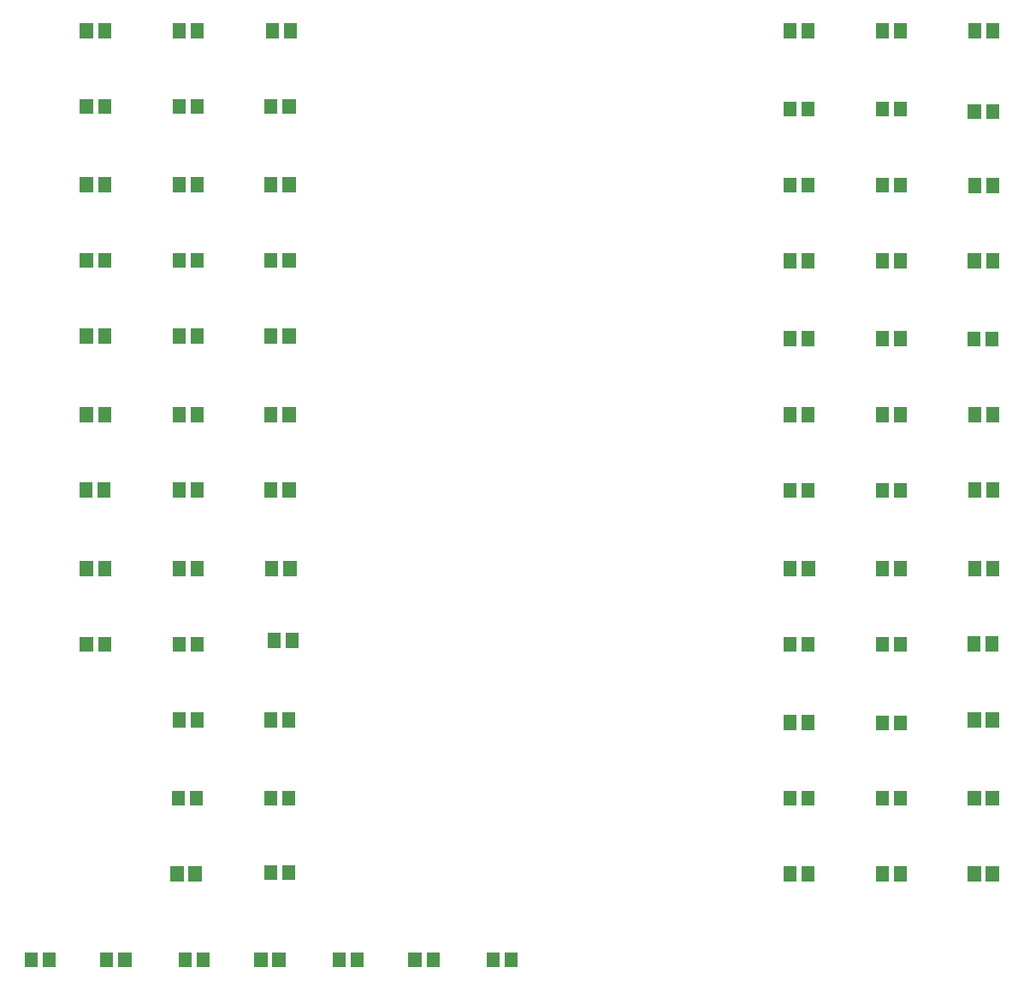
<source format=gbr>
G04 start of page 13 for group 13 layer_idx 14 *
G04 Title: liplight-art, bottom_paste *
G04 Creator: pcb-rnd 2.0.0 *
G04 CreationDate: 2018-08-04 21:30:55 UTC *
G04 For:  *
G04 Format: Gerber/RS-274X *
G04 PCB-Dimensions: 506299 506299 *
G04 PCB-Coordinate-Origin: lower left *
%MOIN*%
%FSLAX25Y25*%
%LNBOTTOMPASTE*%
%ADD45C,0.0001*%
G54D45*G36*
X108268Y428544D02*X103150D01*
Y434448D01*
X108268D01*
Y428544D01*
G37*
G36*
X115354D02*X110236D01*
Y434448D01*
X115354D01*
Y428544D01*
G37*
G36*
X382316Y398047D02*X377198D01*
Y403951D01*
X382316D01*
Y398047D01*
G37*
G36*
X151456Y428544D02*X146338D01*
Y434448D01*
X151456D01*
Y428544D01*
G37*
G36*
X144370D02*X139252D01*
Y434448D01*
X144370D01*
Y428544D01*
G37*
G36*
X382316Y428547D02*X377198D01*
Y434451D01*
X382316D01*
Y428547D01*
G37*
G36*
X180709Y428544D02*X175591D01*
Y434448D01*
X180709D01*
Y428544D01*
G37*
G36*
X187795D02*X182677D01*
Y434448D01*
X187795D01*
Y428544D01*
G37*
G36*
X116142Y66339D02*X111024D01*
Y72243D01*
X116142D01*
Y66339D01*
G37*
G36*
X123228D02*X118110D01*
Y72243D01*
X123228D01*
Y66339D01*
G37*
G36*
X86614D02*X81496D01*
Y72243D01*
X86614D01*
Y66339D01*
G37*
G36*
X93700D02*X88582D01*
Y72243D01*
X93700D01*
Y66339D01*
G37*
G36*
X180016Y100347D02*X174898D01*
Y106251D01*
X180016D01*
Y100347D01*
G37*
G36*
X187102D02*X181984D01*
Y106251D01*
X187102D01*
Y100347D01*
G37*
G36*
X143516Y99847D02*X138398D01*
Y105751D01*
X143516D01*
Y99847D01*
G37*
G36*
X150602D02*X145484D01*
Y105751D01*
X150602D01*
Y99847D01*
G37*
G36*
X146654Y66339D02*X141536D01*
Y72243D01*
X146654D01*
Y66339D01*
G37*
G36*
X153740D02*X148622D01*
Y72243D01*
X153740D01*
Y66339D01*
G37*
G36*
X382316Y99847D02*X377198D01*
Y105751D01*
X382316D01*
Y99847D01*
G37*
G36*
Y129347D02*X377198D01*
Y135251D01*
X382316D01*
Y129347D01*
G37*
G36*
Y158747D02*X377198D01*
Y164651D01*
X382316D01*
Y158747D01*
G37*
G36*
Y189347D02*X377198D01*
Y195251D01*
X382316D01*
Y189347D01*
G37*
G36*
X382416Y218847D02*X377298D01*
Y224751D01*
X382416D01*
Y218847D01*
G37*
G36*
X382316Y249347D02*X377198D01*
Y255251D01*
X382316D01*
Y249347D01*
G37*
G36*
Y278847D02*X377198D01*
Y284751D01*
X382316D01*
Y278847D01*
G37*
G36*
Y308447D02*X377198D01*
Y314351D01*
X382316D01*
Y308447D01*
G37*
G36*
Y338847D02*X377198D01*
Y344751D01*
X382316D01*
Y338847D01*
G37*
G36*
Y368347D02*X377198D01*
Y374251D01*
X382316D01*
Y368347D01*
G37*
G36*
X236221Y66339D02*X231103D01*
Y72243D01*
X236221D01*
Y66339D01*
G37*
G36*
X243307D02*X238189D01*
Y72243D01*
X243307D01*
Y66339D01*
G37*
G36*
X206693D02*X201575D01*
Y72243D01*
X206693D01*
Y66339D01*
G37*
G36*
X213779D02*X208661D01*
Y72243D01*
X213779D01*
Y66339D01*
G37*
G36*
X266733D02*X261615D01*
Y72243D01*
X266733D01*
Y66339D01*
G37*
G36*
X273819D02*X268701D01*
Y72243D01*
X273819D01*
Y66339D01*
G37*
G36*
X176181D02*X171063D01*
Y72243D01*
X176181D01*
Y66339D01*
G37*
G36*
X183267D02*X178149D01*
Y72243D01*
X183267D01*
Y66339D01*
G37*
G36*
X144370Y189371D02*X139252D01*
Y195275D01*
X144370D01*
Y189371D01*
G37*
G36*
X151456D02*X146338D01*
Y195275D01*
X151456D01*
Y189371D01*
G37*
G36*
X144370Y159843D02*X139252D01*
Y165747D01*
X144370D01*
Y159843D01*
G37*
G36*
X151456D02*X146338D01*
Y165747D01*
X151456D01*
Y159843D01*
G37*
G36*
Y218898D02*X146338D01*
Y224802D01*
X151456D01*
Y218898D01*
G37*
G36*
X144370D02*X139252D01*
Y224802D01*
X144370D01*
Y218898D01*
G37*
G36*
X151456Y399017D02*X146338D01*
Y404921D01*
X151456D01*
Y399017D01*
G37*
G36*
Y368505D02*X146338D01*
Y374409D01*
X151456D01*
Y368505D01*
G37*
G36*
Y338977D02*X146338D01*
Y344881D01*
X151456D01*
Y338977D01*
G37*
G36*
Y309450D02*X146338D01*
Y315354D01*
X151456D01*
Y309450D01*
G37*
G36*
Y278938D02*X146338D01*
Y284842D01*
X151456D01*
Y278938D01*
G37*
G36*
Y249410D02*X146338D01*
Y255314D01*
X151456D01*
Y249410D01*
G37*
G36*
X144370Y399017D02*X139252D01*
Y404921D01*
X144370D01*
Y399017D01*
G37*
G36*
Y368505D02*X139252D01*
Y374409D01*
X144370D01*
Y368505D01*
G37*
G36*
Y309450D02*X139252D01*
Y315354D01*
X144370D01*
Y309450D01*
G37*
G36*
Y278938D02*X139252D01*
Y284842D01*
X144370D01*
Y278938D01*
G37*
G36*
Y338977D02*X139252D01*
Y344881D01*
X144370D01*
Y338977D01*
G37*
G36*
Y249410D02*X139252D01*
Y255314D01*
X144370D01*
Y249410D01*
G37*
G36*
X108268Y189371D02*X103150D01*
Y195275D01*
X108268D01*
Y189371D01*
G37*
G36*
X115354D02*X110236D01*
Y195275D01*
X115354D01*
Y189371D01*
G37*
G36*
X181307Y190883D02*X176189D01*
Y196787D01*
X181307D01*
Y190883D01*
G37*
G36*
X188393D02*X183275D01*
Y196787D01*
X188393D01*
Y190883D01*
G37*
G36*
X180016Y159839D02*X174898D01*
Y165743D01*
X180016D01*
Y159839D01*
G37*
G36*
X187102D02*X181984D01*
Y165743D01*
X187102D01*
Y159839D01*
G37*
G36*
X180016Y129347D02*X174898D01*
Y135251D01*
X180016D01*
Y129347D01*
G37*
G36*
X187102D02*X181984D01*
Y135251D01*
X187102D01*
Y129347D01*
G37*
G36*
X144016D02*X138898D01*
Y135251D01*
X144016D01*
Y129347D01*
G37*
G36*
X151102D02*X145984D01*
Y135251D01*
X151102D01*
Y129347D01*
G37*
G36*
X187502Y218950D02*X182384D01*
Y224854D01*
X187502D01*
Y218950D01*
G37*
G36*
X108268Y218898D02*X103150D01*
Y224802D01*
X108268D01*
Y218898D01*
G37*
G36*
X115354D02*X110236D01*
Y224802D01*
X115354D01*
Y218898D01*
G37*
G36*
X180416Y218950D02*X175298D01*
Y224854D01*
X180416D01*
Y218950D01*
G37*
G36*
X187204Y399017D02*X182086D01*
Y404921D01*
X187204D01*
Y399017D01*
G37*
G36*
Y368505D02*X182086D01*
Y374409D01*
X187204D01*
Y368505D01*
G37*
G36*
Y338977D02*X182086D01*
Y344881D01*
X187204D01*
Y338977D01*
G37*
G36*
Y309450D02*X182086D01*
Y315354D01*
X187204D01*
Y309450D01*
G37*
G36*
Y278938D02*X182086D01*
Y284842D01*
X187204D01*
Y278938D01*
G37*
G36*
Y249410D02*X182086D01*
Y255314D01*
X187204D01*
Y249410D01*
G37*
G36*
X180118Y399017D02*X175000D01*
Y404921D01*
X180118D01*
Y399017D01*
G37*
G36*
X108268Y368505D02*X103150D01*
Y374409D01*
X108268D01*
Y368505D01*
G37*
G36*
X115354D02*X110236D01*
Y374409D01*
X115354D01*
Y368505D01*
G37*
G36*
X180118D02*X175000D01*
Y374409D01*
X180118D01*
Y368505D01*
G37*
G36*
Y309450D02*X175000D01*
Y315354D01*
X180118D01*
Y309450D01*
G37*
G36*
Y278938D02*X175000D01*
Y284842D01*
X180118D01*
Y278938D01*
G37*
G36*
Y249410D02*X175000D01*
Y255314D01*
X180118D01*
Y249410D01*
G37*
G36*
X108268Y338977D02*X103150D01*
Y344881D01*
X108268D01*
Y338977D01*
G37*
G36*
Y278938D02*X103150D01*
Y284842D01*
X108268D01*
Y278938D01*
G37*
G36*
X108016Y249473D02*X102898D01*
Y255377D01*
X108016D01*
Y249473D01*
G37*
G36*
X115354Y338977D02*X110236D01*
Y344881D01*
X115354D01*
Y338977D01*
G37*
G36*
Y278938D02*X110236D01*
Y284842D01*
X115354D01*
Y278938D01*
G37*
G36*
X115102Y249473D02*X109984D01*
Y255377D01*
X115102D01*
Y249473D01*
G37*
G36*
X180118Y338977D02*X175000D01*
Y344881D01*
X180118D01*
Y338977D01*
G37*
G36*
X108268Y309450D02*X103150D01*
Y315354D01*
X108268D01*
Y309450D01*
G37*
G36*
X115354D02*X110236D01*
Y315354D01*
X115354D01*
Y309450D01*
G37*
G36*
Y399017D02*X110236D01*
Y404921D01*
X115354D01*
Y399017D01*
G37*
G36*
X108268D02*X103150D01*
Y404921D01*
X108268D01*
Y399017D01*
G37*
G36*
X389402Y428547D02*X384284D01*
Y434451D01*
X389402D01*
Y428547D01*
G37*
G36*
X418316D02*X413198D01*
Y434451D01*
X418316D01*
Y428547D01*
G37*
G36*
X425402D02*X420284D01*
Y434451D01*
X425402D01*
Y428547D01*
G37*
G36*
X454316D02*X449198D01*
Y434451D01*
X454316D01*
Y428547D01*
G37*
G36*
X461402D02*X456284D01*
Y434451D01*
X461402D01*
Y428547D01*
G37*
G36*
X418316Y338847D02*X413198D01*
Y344751D01*
X418316D01*
Y338847D01*
G37*
G36*
X425402D02*X420284D01*
Y344751D01*
X425402D01*
Y338847D01*
G37*
G36*
X454273Y338747D02*X449155D01*
Y344651D01*
X454273D01*
Y338747D01*
G37*
G36*
X461359D02*X456241D01*
Y344651D01*
X461359D01*
Y338747D01*
G37*
G36*
X418316Y308447D02*X413198D01*
Y314351D01*
X418316D01*
Y308447D01*
G37*
G36*
X425402D02*X420284D01*
Y314351D01*
X425402D01*
Y308447D01*
G37*
G36*
X454016Y308347D02*X448898D01*
Y314251D01*
X454016D01*
Y308347D01*
G37*
G36*
X461102D02*X455984D01*
Y314251D01*
X461102D01*
Y308347D01*
G37*
G36*
X454216Y397047D02*X449098D01*
Y402951D01*
X454216D01*
Y397047D01*
G37*
G36*
X461302D02*X456184D01*
Y402951D01*
X461302D01*
Y397047D01*
G37*
G36*
X454316Y368147D02*X449198D01*
Y374051D01*
X454316D01*
Y368147D01*
G37*
G36*
X461402D02*X456284D01*
Y374051D01*
X461402D01*
Y368147D01*
G37*
G36*
X425402Y398047D02*X420284D01*
Y403951D01*
X425402D01*
Y398047D01*
G37*
G36*
X418316D02*X413198D01*
Y403951D01*
X418316D01*
Y398047D01*
G37*
G36*
X425402Y368347D02*X420284D01*
Y374251D01*
X425402D01*
Y368347D01*
G37*
G36*
X418316D02*X413198D01*
Y374251D01*
X418316D01*
Y368347D01*
G37*
G36*
X389402Y398047D02*X384284D01*
Y403951D01*
X389402D01*
Y398047D01*
G37*
G36*
Y368347D02*X384284D01*
Y374251D01*
X389402D01*
Y368347D01*
G37*
G36*
Y338847D02*X384284D01*
Y344751D01*
X389402D01*
Y338847D01*
G37*
G36*
Y308447D02*X384284D01*
Y314351D01*
X389402D01*
Y308447D01*
G37*
G36*
Y99847D02*X384284D01*
Y105751D01*
X389402D01*
Y99847D01*
G37*
G36*
X454173Y99891D02*X449055D01*
Y105795D01*
X454173D01*
Y99891D01*
G37*
G36*
X461259D02*X456141D01*
Y105795D01*
X461259D01*
Y99891D01*
G37*
G36*
X418316Y99847D02*X413198D01*
Y105751D01*
X418316D01*
Y99847D01*
G37*
G36*
X425402D02*X420284D01*
Y105751D01*
X425402D01*
Y99847D01*
G37*
G36*
X418316Y158647D02*X413198D01*
Y164551D01*
X418316D01*
Y158647D01*
G37*
G36*
Y129347D02*X413198D01*
Y135251D01*
X418316D01*
Y129347D01*
G37*
G36*
X425402D02*X420284D01*
Y135251D01*
X425402D01*
Y129347D01*
G37*
G36*
Y158647D02*X420284D01*
Y164551D01*
X425402D01*
Y158647D01*
G37*
G36*
X453996Y189409D02*X448878D01*
Y195313D01*
X453996D01*
Y189409D01*
G37*
G36*
X461082D02*X455964D01*
Y195313D01*
X461082D01*
Y189409D01*
G37*
G36*
X454173Y159843D02*X449055D01*
Y165747D01*
X454173D01*
Y159843D01*
G37*
G36*
X461259D02*X456141D01*
Y165747D01*
X461259D01*
Y159843D01*
G37*
G36*
X454173Y129363D02*X449055D01*
Y135267D01*
X454173D01*
Y129363D01*
G37*
G36*
X461259D02*X456141D01*
Y135267D01*
X461259D01*
Y129363D01*
G37*
G36*
X461402Y218847D02*X456284D01*
Y224751D01*
X461402D01*
Y218847D01*
G37*
G36*
X389502D02*X384384D01*
Y224751D01*
X389502D01*
Y218847D01*
G37*
G36*
X418316Y249347D02*X413198D01*
Y255251D01*
X418316D01*
Y249347D01*
G37*
G36*
X425402D02*X420284D01*
Y255251D01*
X425402D01*
Y249347D01*
G37*
G36*
X418316Y218847D02*X413198D01*
Y224751D01*
X418316D01*
Y218847D01*
G37*
G36*
X425402D02*X420284D01*
Y224751D01*
X425402D01*
Y218847D01*
G37*
G36*
X454316D02*X449198D01*
Y224751D01*
X454316D01*
Y218847D01*
G37*
G36*
Y249447D02*X449198D01*
Y255351D01*
X454316D01*
Y249447D01*
G37*
G36*
Y278847D02*X449198D01*
Y284751D01*
X454316D01*
Y278847D01*
G37*
G36*
X425402D02*X420284D01*
Y284751D01*
X425402D01*
Y278847D01*
G37*
G36*
X418316D02*X413198D01*
Y284751D01*
X418316D01*
Y278847D01*
G37*
G36*
Y189347D02*X413198D01*
Y195251D01*
X418316D01*
Y189347D01*
G37*
G36*
X425402D02*X420284D01*
Y195251D01*
X425402D01*
Y189347D01*
G37*
G36*
X461402Y249447D02*X456284D01*
Y255351D01*
X461402D01*
Y249447D01*
G37*
G36*
Y278847D02*X456284D01*
Y284751D01*
X461402D01*
Y278847D01*
G37*
G36*
X389402Y249347D02*X384284D01*
Y255251D01*
X389402D01*
Y249347D01*
G37*
G36*
Y278847D02*X384284D01*
Y284751D01*
X389402D01*
Y278847D01*
G37*
G36*
Y158747D02*X384284D01*
Y164651D01*
X389402D01*
Y158747D01*
G37*
G36*
Y189347D02*X384284D01*
Y195251D01*
X389402D01*
Y189347D01*
G37*
G36*
Y129347D02*X384284D01*
Y135251D01*
X389402D01*
Y129347D01*
G37*
M02*

</source>
